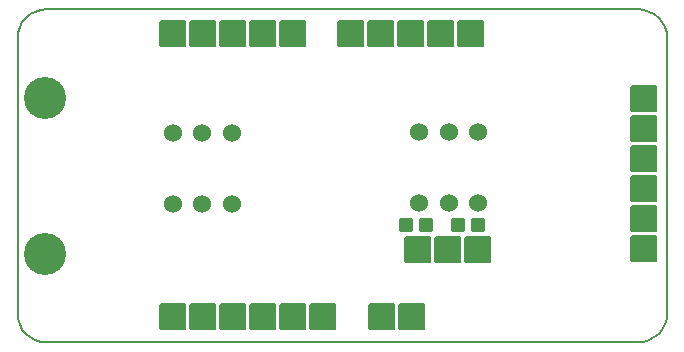
<source format=gbr>
G04 PROTEUS RS274X GERBER FILE*
%FSLAX45Y45*%
%MOMM*%
G01*
%ADD19C,3.556000*%
%ADD32C,1.524000*%
%AMPPAD027*
4,1,36,
-1.016000,1.143000,
1.016000,1.143000,
1.041970,1.140470,
1.065980,1.133200,
1.087580,1.121650,
1.106290,1.106290,
1.121650,1.087570,
1.133200,1.065980,
1.140470,1.041970,
1.143000,1.016000,
1.143000,-1.016000,
1.140470,-1.041970,
1.133200,-1.065980,
1.121650,-1.087570,
1.106290,-1.106290,
1.087580,-1.121650,
1.065980,-1.133200,
1.041970,-1.140470,
1.016000,-1.143000,
-1.016000,-1.143000,
-1.041970,-1.140470,
-1.065980,-1.133200,
-1.087580,-1.121650,
-1.106290,-1.106290,
-1.121650,-1.087570,
-1.133200,-1.065980,
-1.140470,-1.041970,
-1.143000,-1.016000,
-1.143000,1.016000,
-1.140470,1.041970,
-1.133200,1.065980,
-1.121650,1.087570,
-1.106290,1.106290,
-1.087580,1.121650,
-1.065980,1.133200,
-1.041970,1.140470,
-1.016000,1.143000,
0*%
%ADD33PPAD027*%
%AMPPAD028*
4,1,36,
1.143000,1.016000,
1.143000,-1.016000,
1.140470,-1.041970,
1.133200,-1.065980,
1.121650,-1.087580,
1.106290,-1.106290,
1.087570,-1.121650,
1.065980,-1.133200,
1.041970,-1.140470,
1.016000,-1.143000,
-1.016000,-1.143000,
-1.041970,-1.140470,
-1.065980,-1.133200,
-1.087570,-1.121650,
-1.106290,-1.106290,
-1.121650,-1.087580,
-1.133200,-1.065980,
-1.140470,-1.041970,
-1.143000,-1.016000,
-1.143000,1.016000,
-1.140470,1.041970,
-1.133200,1.065980,
-1.121650,1.087580,
-1.106290,1.106290,
-1.087570,1.121650,
-1.065980,1.133200,
-1.041970,1.140470,
-1.016000,1.143000,
1.016000,1.143000,
1.041970,1.140470,
1.065980,1.133200,
1.087570,1.121650,
1.106290,1.106290,
1.121650,1.087580,
1.133200,1.065980,
1.140470,1.041970,
1.143000,1.016000,
0*%
%ADD34PPAD028*%
%AMPPAD029*
4,1,36,
-0.444500,-0.571500,
0.444500,-0.571500,
0.470470,-0.568970,
0.494480,-0.561700,
0.516080,-0.550150,
0.534790,-0.534790,
0.550150,-0.516070,
0.561700,-0.494480,
0.568970,-0.470470,
0.571500,-0.444500,
0.571500,0.444500,
0.568970,0.470470,
0.561700,0.494480,
0.550150,0.516070,
0.534790,0.534790,
0.516080,0.550150,
0.494480,0.561700,
0.470470,0.568970,
0.444500,0.571500,
-0.444500,0.571500,
-0.470470,0.568970,
-0.494480,0.561700,
-0.516080,0.550150,
-0.534790,0.534790,
-0.550150,0.516070,
-0.561700,0.494480,
-0.568970,0.470470,
-0.571500,0.444500,
-0.571500,-0.444500,
-0.568970,-0.470470,
-0.561700,-0.494480,
-0.550150,-0.516070,
-0.534790,-0.534790,
-0.516080,-0.550150,
-0.494480,-0.561700,
-0.470470,-0.568970,
-0.444500,-0.571500,
0*%
%ADD35PPAD029*%
%ADD22C,0.203200*%
D19*
X+232660Y+648640D03*
X+232660Y+1969440D03*
D32*
X+1315560Y+1074260D03*
X+1565560Y+1074260D03*
X+1815560Y+1074260D03*
X+1815560Y+1674260D03*
X+1565560Y+1674260D03*
X+1315560Y+1674260D03*
D33*
X+1320000Y+2509040D03*
X+1574000Y+2509040D03*
X+1828000Y+2509040D03*
X+2082000Y+2509040D03*
X+2336000Y+2509040D03*
X+3836000Y+2509040D03*
X+3582000Y+2509040D03*
X+3328000Y+2509040D03*
X+3074000Y+2509040D03*
X+2820000Y+2509040D03*
X+2590000Y+119040D03*
X+2336000Y+119040D03*
X+2082000Y+119040D03*
X+1828000Y+119040D03*
X+1574000Y+119040D03*
X+1320000Y+119040D03*
X+3083500Y+119040D03*
X+3337500Y+119040D03*
D34*
X+5308500Y+1964040D03*
X+5308500Y+1710040D03*
X+5308500Y+1456040D03*
X+5308500Y+1202040D03*
X+5308500Y+948040D03*
X+5308500Y+694040D03*
D33*
X+3900000Y+680000D03*
X+3646000Y+680000D03*
X+3392000Y+680000D03*
D32*
X+3400000Y+1080000D03*
X+3650000Y+1080000D03*
X+3900000Y+1080000D03*
X+3900000Y+1680000D03*
X+3650000Y+1680000D03*
X+3400000Y+1680000D03*
D35*
X+3727280Y+890000D03*
X+3900000Y+890000D03*
X+3462720Y+890000D03*
X+3290000Y+890000D03*
D22*
X+0Y+150000D02*
X+0Y+2470000D01*
X+250000Y+2720000D02*
X+5250000Y+2720000D01*
X+5500000Y+2470000D02*
X+5500000Y+150000D01*
X+5250000Y-100000D02*
X+250000Y-100000D01*
X+0Y+2470000D02*
X+4974Y+2521117D01*
X+19287Y+2568389D01*
X+42023Y+2610900D01*
X+72266Y+2647734D01*
X+109100Y+2677977D01*
X+151611Y+2700713D01*
X+198883Y+2715026D01*
X+250000Y+2720000D01*
X+0Y+150000D02*
X+4974Y+98883D01*
X+19287Y+51611D01*
X+42023Y+9100D01*
X+72266Y-27734D01*
X+109100Y-57977D01*
X+151611Y-80713D01*
X+198883Y-95026D01*
X+250000Y-100000D01*
X+5250000Y-100000D02*
X+5301117Y-95026D01*
X+5348389Y-80713D01*
X+5390900Y-57977D01*
X+5427734Y-27734D01*
X+5457977Y+9100D01*
X+5480713Y+51611D01*
X+5495026Y+98883D01*
X+5500000Y+150000D01*
X+5500000Y+2470000D02*
X+5495026Y+2521117D01*
X+5480713Y+2568389D01*
X+5457977Y+2610900D01*
X+5427734Y+2647734D01*
X+5390900Y+2677977D01*
X+5348389Y+2700713D01*
X+5301117Y+2715026D01*
X+5250000Y+2720000D01*
M02*

</source>
